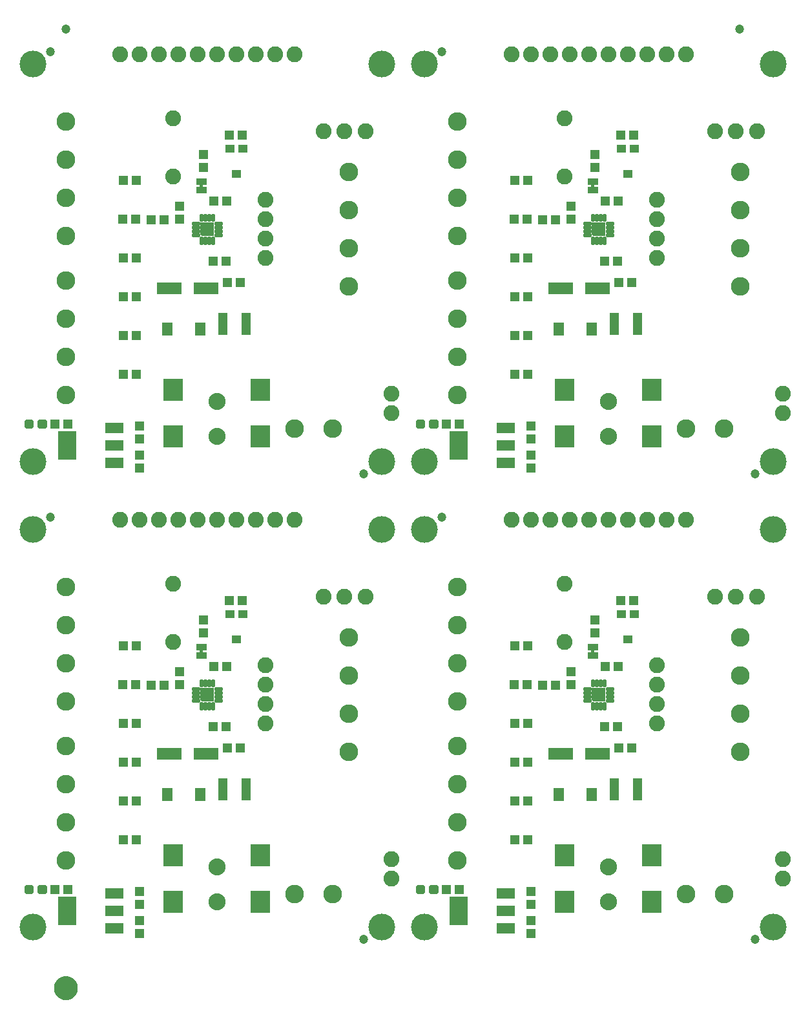
<source format=gts>
G04 EAGLE Gerber RS-274X export*
G75*
%MOMM*%
%FSLAX34Y34*%
%LPD*%
%INSoldermask Top*%
%IPPOS*%
%AMOC8*
5,1,8,0,0,1.08239X$1,22.5*%
G01*
%ADD10C,3.505200*%
%ADD11C,1.203200*%
%ADD12C,2.453200*%
%ADD13R,2.603200X3.003200*%
%ADD14C,2.235200*%
%ADD15C,2.082800*%
%ADD16C,0.394050*%
%ADD17R,1.303200X1.203200*%
%ADD18R,1.203200X1.303200*%
%ADD19R,1.473200X0.863600*%
%ADD20R,3.203200X1.603200*%
%ADD21R,1.473200X1.673200*%
%ADD22R,2.438400X1.422400*%
%ADD23R,2.403200X3.803200*%
%ADD24R,1.203200X1.103200*%
%ADD25R,1.303200X1.103200*%
%ADD26R,1.203200X3.003200*%
%ADD27C,0.505344*%
%ADD28C,1.270000*%
%ADD29C,1.703200*%

G36*
X775896Y930856D02*
X775896Y930856D01*
X775913Y930853D01*
X775963Y930875D01*
X776014Y930890D01*
X776025Y930903D01*
X776041Y930910D01*
X776071Y930955D01*
X776106Y930995D01*
X776109Y931012D01*
X776118Y931027D01*
X776129Y931100D01*
X776129Y948500D01*
X776124Y948516D01*
X776127Y948533D01*
X776105Y948583D01*
X776090Y948634D01*
X776077Y948645D01*
X776070Y948661D01*
X776025Y948691D01*
X775985Y948726D01*
X775968Y948729D01*
X775954Y948738D01*
X775880Y948749D01*
X758380Y948749D01*
X758364Y948744D01*
X758347Y948747D01*
X758297Y948725D01*
X758246Y948710D01*
X758235Y948697D01*
X758219Y948690D01*
X758189Y948645D01*
X758154Y948605D01*
X758151Y948588D01*
X758142Y948574D01*
X758131Y948500D01*
X758131Y933700D01*
X758148Y933642D01*
X758160Y933584D01*
X758168Y933572D01*
X758170Y933566D01*
X758178Y933559D01*
X758204Y933524D01*
X760804Y930924D01*
X760856Y930895D01*
X760907Y930862D01*
X760921Y930860D01*
X760926Y930857D01*
X760937Y930857D01*
X760980Y930851D01*
X775880Y930851D01*
X775896Y930856D01*
G37*
G36*
X262816Y930856D02*
X262816Y930856D01*
X262833Y930853D01*
X262883Y930875D01*
X262934Y930890D01*
X262945Y930903D01*
X262961Y930910D01*
X262991Y930955D01*
X263026Y930995D01*
X263029Y931012D01*
X263038Y931027D01*
X263049Y931100D01*
X263049Y948500D01*
X263044Y948516D01*
X263047Y948533D01*
X263025Y948583D01*
X263010Y948634D01*
X262997Y948645D01*
X262990Y948661D01*
X262945Y948691D01*
X262905Y948726D01*
X262888Y948729D01*
X262874Y948738D01*
X262800Y948749D01*
X245300Y948749D01*
X245284Y948744D01*
X245267Y948747D01*
X245217Y948725D01*
X245166Y948710D01*
X245155Y948697D01*
X245139Y948690D01*
X245109Y948645D01*
X245074Y948605D01*
X245071Y948588D01*
X245062Y948574D01*
X245051Y948500D01*
X245051Y933700D01*
X245068Y933642D01*
X245080Y933584D01*
X245088Y933572D01*
X245090Y933566D01*
X245098Y933559D01*
X245124Y933524D01*
X247724Y930924D01*
X247776Y930895D01*
X247827Y930862D01*
X247841Y930860D01*
X247846Y930857D01*
X247857Y930857D01*
X247900Y930851D01*
X262800Y930851D01*
X262816Y930856D01*
G37*
G36*
X775896Y321256D02*
X775896Y321256D01*
X775913Y321253D01*
X775963Y321275D01*
X776014Y321290D01*
X776025Y321303D01*
X776041Y321310D01*
X776071Y321355D01*
X776106Y321395D01*
X776109Y321412D01*
X776118Y321427D01*
X776129Y321500D01*
X776129Y338900D01*
X776124Y338916D01*
X776127Y338933D01*
X776105Y338983D01*
X776090Y339034D01*
X776077Y339045D01*
X776070Y339061D01*
X776025Y339091D01*
X775985Y339126D01*
X775968Y339129D01*
X775954Y339138D01*
X775880Y339149D01*
X758380Y339149D01*
X758364Y339144D01*
X758347Y339147D01*
X758297Y339125D01*
X758246Y339110D01*
X758235Y339097D01*
X758219Y339090D01*
X758189Y339045D01*
X758154Y339005D01*
X758151Y338988D01*
X758142Y338974D01*
X758131Y338900D01*
X758131Y324100D01*
X758148Y324042D01*
X758160Y323984D01*
X758168Y323972D01*
X758170Y323966D01*
X758178Y323959D01*
X758204Y323924D01*
X760804Y321324D01*
X760856Y321295D01*
X760907Y321262D01*
X760921Y321260D01*
X760926Y321257D01*
X760937Y321257D01*
X760980Y321251D01*
X775880Y321251D01*
X775896Y321256D01*
G37*
G36*
X262816Y321256D02*
X262816Y321256D01*
X262833Y321253D01*
X262883Y321275D01*
X262934Y321290D01*
X262945Y321303D01*
X262961Y321310D01*
X262991Y321355D01*
X263026Y321395D01*
X263029Y321412D01*
X263038Y321427D01*
X263049Y321500D01*
X263049Y338900D01*
X263044Y338916D01*
X263047Y338933D01*
X263025Y338983D01*
X263010Y339034D01*
X262997Y339045D01*
X262990Y339061D01*
X262945Y339091D01*
X262905Y339126D01*
X262888Y339129D01*
X262874Y339138D01*
X262800Y339149D01*
X245300Y339149D01*
X245284Y339144D01*
X245267Y339147D01*
X245217Y339125D01*
X245166Y339110D01*
X245155Y339097D01*
X245139Y339090D01*
X245109Y339045D01*
X245074Y339005D01*
X245071Y338988D01*
X245062Y338974D01*
X245051Y338900D01*
X245051Y324100D01*
X245068Y324042D01*
X245080Y323984D01*
X245088Y323972D01*
X245090Y323966D01*
X245098Y323959D01*
X245124Y323924D01*
X247724Y321324D01*
X247776Y321295D01*
X247827Y321262D01*
X247841Y321260D01*
X247846Y321257D01*
X247857Y321257D01*
X247900Y321251D01*
X262800Y321251D01*
X262816Y321256D01*
G37*
G36*
X760820Y384238D02*
X760820Y384238D01*
X760886Y384240D01*
X760930Y384258D01*
X760976Y384266D01*
X761033Y384300D01*
X761094Y384324D01*
X761129Y384356D01*
X761169Y384380D01*
X761211Y384431D01*
X761259Y384476D01*
X761281Y384518D01*
X761311Y384555D01*
X761332Y384617D01*
X761362Y384675D01*
X761370Y384730D01*
X761383Y384767D01*
X761382Y384806D01*
X761390Y384861D01*
X761390Y388671D01*
X761378Y388736D01*
X761376Y388801D01*
X761358Y388845D01*
X761350Y388892D01*
X761316Y388948D01*
X761292Y389009D01*
X761260Y389044D01*
X761236Y389085D01*
X761185Y389126D01*
X761140Y389175D01*
X761098Y389196D01*
X761062Y389226D01*
X760999Y389247D01*
X760941Y389277D01*
X760886Y389285D01*
X760849Y389298D01*
X760810Y389297D01*
X760755Y389305D01*
X758215Y389305D01*
X758151Y389293D01*
X758085Y389291D01*
X758041Y389274D01*
X757995Y389265D01*
X757938Y389232D01*
X757877Y389207D01*
X757842Y389175D01*
X757801Y389151D01*
X757760Y389100D01*
X757711Y389056D01*
X757690Y389014D01*
X757660Y388977D01*
X757639Y388915D01*
X757609Y388856D01*
X757601Y388802D01*
X757588Y388765D01*
X757588Y388760D01*
X757589Y388724D01*
X757581Y388671D01*
X757581Y384861D01*
X757593Y384796D01*
X757595Y384730D01*
X757612Y384687D01*
X757621Y384640D01*
X757654Y384583D01*
X757679Y384522D01*
X757711Y384487D01*
X757735Y384447D01*
X757786Y384405D01*
X757830Y384357D01*
X757872Y384335D01*
X757909Y384305D01*
X757971Y384284D01*
X758030Y384254D01*
X758084Y384246D01*
X758122Y384234D01*
X758161Y384235D01*
X758215Y384227D01*
X760755Y384227D01*
X760820Y384238D01*
G37*
G36*
X247740Y384238D02*
X247740Y384238D01*
X247806Y384240D01*
X247850Y384258D01*
X247896Y384266D01*
X247953Y384300D01*
X248014Y384324D01*
X248049Y384356D01*
X248089Y384380D01*
X248131Y384431D01*
X248179Y384476D01*
X248201Y384518D01*
X248231Y384555D01*
X248252Y384617D01*
X248282Y384675D01*
X248290Y384730D01*
X248303Y384767D01*
X248302Y384806D01*
X248310Y384861D01*
X248310Y388671D01*
X248298Y388736D01*
X248296Y388801D01*
X248278Y388845D01*
X248270Y388892D01*
X248236Y388948D01*
X248212Y389009D01*
X248180Y389044D01*
X248156Y389085D01*
X248105Y389126D01*
X248060Y389175D01*
X248018Y389196D01*
X247982Y389226D01*
X247919Y389247D01*
X247861Y389277D01*
X247806Y389285D01*
X247769Y389298D01*
X247730Y389297D01*
X247675Y389305D01*
X245135Y389305D01*
X245071Y389293D01*
X245005Y389291D01*
X244961Y389274D01*
X244915Y389265D01*
X244858Y389232D01*
X244797Y389207D01*
X244762Y389175D01*
X244721Y389151D01*
X244680Y389100D01*
X244631Y389056D01*
X244610Y389014D01*
X244580Y388977D01*
X244559Y388915D01*
X244529Y388856D01*
X244521Y388802D01*
X244508Y388765D01*
X244508Y388760D01*
X244509Y388724D01*
X244501Y388671D01*
X244501Y384861D01*
X244513Y384796D01*
X244515Y384730D01*
X244532Y384687D01*
X244541Y384640D01*
X244574Y384583D01*
X244599Y384522D01*
X244631Y384487D01*
X244655Y384447D01*
X244706Y384405D01*
X244750Y384357D01*
X244792Y384335D01*
X244829Y384305D01*
X244891Y384284D01*
X244950Y384254D01*
X245004Y384246D01*
X245042Y384234D01*
X245081Y384235D01*
X245135Y384227D01*
X247675Y384227D01*
X247740Y384238D01*
G37*
G36*
X760820Y993838D02*
X760820Y993838D01*
X760886Y993840D01*
X760930Y993858D01*
X760976Y993866D01*
X761033Y993900D01*
X761094Y993924D01*
X761129Y993956D01*
X761169Y993980D01*
X761211Y994031D01*
X761259Y994076D01*
X761281Y994118D01*
X761311Y994155D01*
X761332Y994217D01*
X761362Y994275D01*
X761370Y994330D01*
X761383Y994367D01*
X761382Y994406D01*
X761390Y994461D01*
X761390Y998271D01*
X761378Y998336D01*
X761376Y998401D01*
X761358Y998445D01*
X761350Y998492D01*
X761316Y998548D01*
X761292Y998609D01*
X761260Y998644D01*
X761236Y998685D01*
X761185Y998726D01*
X761140Y998775D01*
X761098Y998796D01*
X761062Y998826D01*
X760999Y998847D01*
X760941Y998877D01*
X760886Y998885D01*
X760849Y998898D01*
X760810Y998897D01*
X760755Y998905D01*
X758215Y998905D01*
X758151Y998893D01*
X758085Y998891D01*
X758041Y998874D01*
X757995Y998865D01*
X757938Y998832D01*
X757877Y998807D01*
X757842Y998775D01*
X757801Y998751D01*
X757760Y998700D01*
X757711Y998656D01*
X757690Y998614D01*
X757660Y998577D01*
X757639Y998515D01*
X757609Y998456D01*
X757601Y998402D01*
X757588Y998365D01*
X757588Y998360D01*
X757589Y998324D01*
X757581Y998271D01*
X757581Y994461D01*
X757593Y994396D01*
X757595Y994330D01*
X757612Y994287D01*
X757621Y994240D01*
X757654Y994183D01*
X757679Y994122D01*
X757711Y994087D01*
X757735Y994047D01*
X757786Y994005D01*
X757830Y993957D01*
X757872Y993935D01*
X757909Y993905D01*
X757971Y993884D01*
X758030Y993854D01*
X758084Y993846D01*
X758122Y993834D01*
X758161Y993835D01*
X758215Y993827D01*
X760755Y993827D01*
X760820Y993838D01*
G37*
G36*
X247740Y993838D02*
X247740Y993838D01*
X247806Y993840D01*
X247850Y993858D01*
X247896Y993866D01*
X247953Y993900D01*
X248014Y993924D01*
X248049Y993956D01*
X248089Y993980D01*
X248131Y994031D01*
X248179Y994076D01*
X248201Y994118D01*
X248231Y994155D01*
X248252Y994217D01*
X248282Y994275D01*
X248290Y994330D01*
X248303Y994367D01*
X248302Y994406D01*
X248310Y994461D01*
X248310Y998271D01*
X248298Y998336D01*
X248296Y998401D01*
X248278Y998445D01*
X248270Y998492D01*
X248236Y998548D01*
X248212Y998609D01*
X248180Y998644D01*
X248156Y998685D01*
X248105Y998726D01*
X248060Y998775D01*
X248018Y998796D01*
X247982Y998826D01*
X247919Y998847D01*
X247861Y998877D01*
X247806Y998885D01*
X247769Y998898D01*
X247730Y998897D01*
X247675Y998905D01*
X245135Y998905D01*
X245071Y998893D01*
X245005Y998891D01*
X244961Y998874D01*
X244915Y998865D01*
X244858Y998832D01*
X244797Y998807D01*
X244762Y998775D01*
X244721Y998751D01*
X244680Y998700D01*
X244631Y998656D01*
X244610Y998614D01*
X244580Y998577D01*
X244559Y998515D01*
X244529Y998456D01*
X244521Y998402D01*
X244508Y998365D01*
X244508Y998360D01*
X244509Y998324D01*
X244501Y998271D01*
X244501Y994461D01*
X244513Y994396D01*
X244515Y994330D01*
X244532Y994287D01*
X244541Y994240D01*
X244574Y994183D01*
X244599Y994122D01*
X244631Y994087D01*
X244655Y994047D01*
X244706Y994005D01*
X244750Y993957D01*
X244792Y993935D01*
X244829Y993905D01*
X244891Y993884D01*
X244950Y993854D01*
X245004Y993846D01*
X245042Y993834D01*
X245081Y993835D01*
X245135Y993827D01*
X247675Y993827D01*
X247740Y993838D01*
G37*
D10*
X25400Y25400D03*
X482600Y25400D03*
X482600Y546100D03*
X25400Y546100D03*
D11*
X49047Y562432D03*
X459080Y9423D03*
D12*
X68580Y112960D03*
X68580Y162960D03*
X68580Y212960D03*
X68580Y262960D03*
X418700Y68580D03*
X368700Y68580D03*
D13*
X209700Y58420D03*
X323700Y58420D03*
X209700Y119420D03*
X323700Y119420D03*
D14*
X266700Y58420D03*
X266700Y104140D03*
D12*
X439420Y405200D03*
X439420Y355200D03*
X439420Y305200D03*
X439420Y255200D03*
D15*
X330200Y368300D03*
X330200Y342900D03*
X330200Y317500D03*
X330200Y292100D03*
X495300Y88900D03*
X495300Y114300D03*
D16*
X246179Y311924D02*
X246179Y318516D01*
X246821Y318516D01*
X246821Y311924D01*
X246179Y311924D01*
X246179Y315668D02*
X246821Y315668D01*
X251179Y318516D02*
X251179Y311924D01*
X251179Y318516D02*
X251821Y318516D01*
X251821Y311924D01*
X251179Y311924D01*
X251179Y315668D02*
X251821Y315668D01*
X256179Y318516D02*
X256179Y311924D01*
X256179Y318516D02*
X256821Y318516D01*
X256821Y311924D01*
X256179Y311924D01*
X256179Y315668D02*
X256821Y315668D01*
X261179Y318516D02*
X261179Y311924D01*
X261179Y318516D02*
X261821Y318516D01*
X261821Y311924D01*
X261179Y311924D01*
X261179Y315668D02*
X261821Y315668D01*
X265784Y323021D02*
X272376Y323021D01*
X272376Y322379D01*
X265784Y322379D01*
X265784Y323021D01*
X265704Y328021D02*
X272296Y328021D01*
X272296Y327379D01*
X265704Y327379D01*
X265704Y328021D01*
X265784Y333021D02*
X272376Y333021D01*
X272376Y332379D01*
X265784Y332379D01*
X265784Y333021D01*
X265784Y338021D02*
X272376Y338021D01*
X272376Y337379D01*
X265784Y337379D01*
X265784Y338021D01*
X261821Y341964D02*
X261821Y348556D01*
X261821Y341964D02*
X261179Y341964D01*
X261179Y348556D01*
X261821Y348556D01*
X261821Y345708D02*
X261179Y345708D01*
X256821Y348556D02*
X256821Y341964D01*
X256179Y341964D01*
X256179Y348556D01*
X256821Y348556D01*
X256821Y345708D02*
X256179Y345708D01*
X251821Y348556D02*
X251821Y341964D01*
X251179Y341964D01*
X251179Y348556D01*
X251821Y348556D01*
X251821Y345708D02*
X251179Y345708D01*
X246821Y348556D02*
X246821Y341964D01*
X246179Y341964D01*
X246179Y348556D01*
X246821Y348556D01*
X246821Y345708D02*
X246179Y345708D01*
X242336Y337379D02*
X235744Y337379D01*
X235744Y338021D01*
X242336Y338021D01*
X242336Y337379D01*
X242336Y332379D02*
X235744Y332379D01*
X235744Y333021D01*
X242336Y333021D01*
X242336Y332379D01*
X242336Y327379D02*
X235744Y327379D01*
X235744Y328021D01*
X242336Y328021D01*
X242336Y327379D01*
X242336Y322379D02*
X235744Y322379D01*
X235744Y323021D01*
X242336Y323021D01*
X242336Y322379D01*
D17*
X180476Y342646D03*
X197476Y342646D03*
D18*
X217678Y343290D03*
X217678Y360290D03*
X249123Y427600D03*
X249123Y410600D03*
D15*
X209499Y475285D03*
X209499Y399085D03*
D19*
X246405Y391973D03*
X246405Y381559D03*
D20*
X252346Y252933D03*
X204346Y252933D03*
D17*
X261908Y288544D03*
X278908Y288544D03*
X262442Y367208D03*
X279442Y367208D03*
D12*
X68580Y321240D03*
X68580Y371240D03*
X68580Y421240D03*
X68580Y471240D03*
D15*
X461391Y458445D03*
X434213Y458445D03*
X407035Y458445D03*
D21*
X201995Y199619D03*
X244995Y199619D03*
D22*
X132334Y23876D03*
X132334Y46990D03*
X132334Y70104D03*
D23*
X70356Y46990D03*
D18*
X165100Y72000D03*
X165100Y55000D03*
X165100Y16900D03*
X165100Y33900D03*
D17*
X300346Y453390D03*
X283346Y453390D03*
D24*
X300600Y435600D03*
D25*
X292100Y402600D03*
D24*
X283600Y435600D03*
D17*
X143900Y139700D03*
X160900Y139700D03*
X143900Y190500D03*
X160900Y190500D03*
X143900Y241300D03*
X160900Y241300D03*
X143900Y292100D03*
X160900Y292100D03*
X160773Y342849D03*
X143773Y342849D03*
X143900Y393700D03*
X160900Y393700D03*
D15*
X368300Y558800D03*
X342900Y558800D03*
X317500Y558800D03*
X292100Y558800D03*
X266700Y558800D03*
X241300Y558800D03*
X215900Y558800D03*
X190500Y558800D03*
X165100Y558800D03*
X139700Y558800D03*
D26*
X275068Y206248D03*
X305068Y206248D03*
D17*
X297298Y259842D03*
X280298Y259842D03*
D27*
X24082Y78420D02*
X24082Y71440D01*
X17102Y71440D01*
X17102Y78420D01*
X24082Y78420D01*
X24082Y76240D02*
X17102Y76240D01*
X41622Y78420D02*
X41622Y71440D01*
X34642Y71440D01*
X34642Y78420D01*
X41622Y78420D01*
X41622Y76240D02*
X34642Y76240D01*
D17*
X71670Y74752D03*
X54670Y74752D03*
D10*
X538480Y25400D03*
X995680Y25400D03*
X995680Y546100D03*
X538480Y546100D03*
D11*
X562127Y562432D03*
X972160Y9423D03*
D12*
X581660Y112960D03*
X581660Y162960D03*
X581660Y212960D03*
X581660Y262960D03*
X931780Y68580D03*
X881780Y68580D03*
D13*
X722780Y58420D03*
X836780Y58420D03*
X722780Y119420D03*
X836780Y119420D03*
D14*
X779780Y58420D03*
X779780Y104140D03*
D12*
X952500Y405200D03*
X952500Y355200D03*
X952500Y305200D03*
X952500Y255200D03*
D15*
X843280Y368300D03*
X843280Y342900D03*
X843280Y317500D03*
X843280Y292100D03*
X1008380Y88900D03*
X1008380Y114300D03*
D16*
X759259Y311924D02*
X759259Y318516D01*
X759901Y318516D01*
X759901Y311924D01*
X759259Y311924D01*
X759259Y315668D02*
X759901Y315668D01*
X764259Y318516D02*
X764259Y311924D01*
X764259Y318516D02*
X764901Y318516D01*
X764901Y311924D01*
X764259Y311924D01*
X764259Y315668D02*
X764901Y315668D01*
X769259Y318516D02*
X769259Y311924D01*
X769259Y318516D02*
X769901Y318516D01*
X769901Y311924D01*
X769259Y311924D01*
X769259Y315668D02*
X769901Y315668D01*
X774259Y318516D02*
X774259Y311924D01*
X774259Y318516D02*
X774901Y318516D01*
X774901Y311924D01*
X774259Y311924D01*
X774259Y315668D02*
X774901Y315668D01*
X778864Y323021D02*
X785456Y323021D01*
X785456Y322379D01*
X778864Y322379D01*
X778864Y323021D01*
X778784Y328021D02*
X785376Y328021D01*
X785376Y327379D01*
X778784Y327379D01*
X778784Y328021D01*
X778864Y333021D02*
X785456Y333021D01*
X785456Y332379D01*
X778864Y332379D01*
X778864Y333021D01*
X778864Y338021D02*
X785456Y338021D01*
X785456Y337379D01*
X778864Y337379D01*
X778864Y338021D01*
X774901Y341964D02*
X774901Y348556D01*
X774901Y341964D02*
X774259Y341964D01*
X774259Y348556D01*
X774901Y348556D01*
X774901Y345708D02*
X774259Y345708D01*
X769901Y348556D02*
X769901Y341964D01*
X769259Y341964D01*
X769259Y348556D01*
X769901Y348556D01*
X769901Y345708D02*
X769259Y345708D01*
X764901Y348556D02*
X764901Y341964D01*
X764259Y341964D01*
X764259Y348556D01*
X764901Y348556D01*
X764901Y345708D02*
X764259Y345708D01*
X759901Y348556D02*
X759901Y341964D01*
X759259Y341964D01*
X759259Y348556D01*
X759901Y348556D01*
X759901Y345708D02*
X759259Y345708D01*
X755416Y337379D02*
X748824Y337379D01*
X748824Y338021D01*
X755416Y338021D01*
X755416Y337379D01*
X755416Y332379D02*
X748824Y332379D01*
X748824Y333021D01*
X755416Y333021D01*
X755416Y332379D01*
X755416Y327379D02*
X748824Y327379D01*
X748824Y328021D01*
X755416Y328021D01*
X755416Y327379D01*
X755416Y322379D02*
X748824Y322379D01*
X748824Y323021D01*
X755416Y323021D01*
X755416Y322379D01*
D17*
X693556Y342646D03*
X710556Y342646D03*
D18*
X730758Y343290D03*
X730758Y360290D03*
X762203Y427600D03*
X762203Y410600D03*
D15*
X722579Y475285D03*
X722579Y399085D03*
D19*
X759485Y391973D03*
X759485Y381559D03*
D20*
X765426Y252933D03*
X717426Y252933D03*
D17*
X774988Y288544D03*
X791988Y288544D03*
X775522Y367208D03*
X792522Y367208D03*
D12*
X581660Y321240D03*
X581660Y371240D03*
X581660Y421240D03*
X581660Y471240D03*
D15*
X974471Y458445D03*
X947293Y458445D03*
X920115Y458445D03*
D21*
X715075Y199619D03*
X758075Y199619D03*
D22*
X645414Y23876D03*
X645414Y46990D03*
X645414Y70104D03*
D23*
X583436Y46990D03*
D18*
X678180Y72000D03*
X678180Y55000D03*
X678180Y16900D03*
X678180Y33900D03*
D17*
X813426Y453390D03*
X796426Y453390D03*
D24*
X813680Y435600D03*
D25*
X805180Y402600D03*
D24*
X796680Y435600D03*
D17*
X656980Y139700D03*
X673980Y139700D03*
X656980Y190500D03*
X673980Y190500D03*
X656980Y241300D03*
X673980Y241300D03*
X656980Y292100D03*
X673980Y292100D03*
X673853Y342849D03*
X656853Y342849D03*
X656980Y393700D03*
X673980Y393700D03*
D15*
X881380Y558800D03*
X855980Y558800D03*
X830580Y558800D03*
X805180Y558800D03*
X779780Y558800D03*
X754380Y558800D03*
X728980Y558800D03*
X703580Y558800D03*
X678180Y558800D03*
X652780Y558800D03*
D26*
X788148Y206248D03*
X818148Y206248D03*
D17*
X810378Y259842D03*
X793378Y259842D03*
D27*
X537162Y78420D02*
X537162Y71440D01*
X530182Y71440D01*
X530182Y78420D01*
X537162Y78420D01*
X537162Y76240D02*
X530182Y76240D01*
X554702Y78420D02*
X554702Y71440D01*
X547722Y71440D01*
X547722Y78420D01*
X554702Y78420D01*
X554702Y76240D02*
X547722Y76240D01*
D17*
X584750Y74752D03*
X567750Y74752D03*
D10*
X25400Y635000D03*
X482600Y635000D03*
X482600Y1155700D03*
X25400Y1155700D03*
D11*
X49047Y1172032D03*
X459080Y619023D03*
D12*
X68580Y722560D03*
X68580Y772560D03*
X68580Y822560D03*
X68580Y872560D03*
X418700Y678180D03*
X368700Y678180D03*
D13*
X209700Y668020D03*
X323700Y668020D03*
X209700Y729020D03*
X323700Y729020D03*
D14*
X266700Y668020D03*
X266700Y713740D03*
D12*
X439420Y1014800D03*
X439420Y964800D03*
X439420Y914800D03*
X439420Y864800D03*
D15*
X330200Y977900D03*
X330200Y952500D03*
X330200Y927100D03*
X330200Y901700D03*
X495300Y698500D03*
X495300Y723900D03*
D16*
X246179Y921524D02*
X246179Y928116D01*
X246821Y928116D01*
X246821Y921524D01*
X246179Y921524D01*
X246179Y925268D02*
X246821Y925268D01*
X251179Y928116D02*
X251179Y921524D01*
X251179Y928116D02*
X251821Y928116D01*
X251821Y921524D01*
X251179Y921524D01*
X251179Y925268D02*
X251821Y925268D01*
X256179Y928116D02*
X256179Y921524D01*
X256179Y928116D02*
X256821Y928116D01*
X256821Y921524D01*
X256179Y921524D01*
X256179Y925268D02*
X256821Y925268D01*
X261179Y928116D02*
X261179Y921524D01*
X261179Y928116D02*
X261821Y928116D01*
X261821Y921524D01*
X261179Y921524D01*
X261179Y925268D02*
X261821Y925268D01*
X265784Y932621D02*
X272376Y932621D01*
X272376Y931979D01*
X265784Y931979D01*
X265784Y932621D01*
X265704Y937621D02*
X272296Y937621D01*
X272296Y936979D01*
X265704Y936979D01*
X265704Y937621D01*
X265784Y942621D02*
X272376Y942621D01*
X272376Y941979D01*
X265784Y941979D01*
X265784Y942621D01*
X265784Y947621D02*
X272376Y947621D01*
X272376Y946979D01*
X265784Y946979D01*
X265784Y947621D01*
X261821Y951564D02*
X261821Y958156D01*
X261821Y951564D02*
X261179Y951564D01*
X261179Y958156D01*
X261821Y958156D01*
X261821Y955308D02*
X261179Y955308D01*
X256821Y958156D02*
X256821Y951564D01*
X256179Y951564D01*
X256179Y958156D01*
X256821Y958156D01*
X256821Y955308D02*
X256179Y955308D01*
X251821Y958156D02*
X251821Y951564D01*
X251179Y951564D01*
X251179Y958156D01*
X251821Y958156D01*
X251821Y955308D02*
X251179Y955308D01*
X246821Y958156D02*
X246821Y951564D01*
X246179Y951564D01*
X246179Y958156D01*
X246821Y958156D01*
X246821Y955308D02*
X246179Y955308D01*
X242336Y946979D02*
X235744Y946979D01*
X235744Y947621D01*
X242336Y947621D01*
X242336Y946979D01*
X242336Y941979D02*
X235744Y941979D01*
X235744Y942621D01*
X242336Y942621D01*
X242336Y941979D01*
X242336Y936979D02*
X235744Y936979D01*
X235744Y937621D01*
X242336Y937621D01*
X242336Y936979D01*
X242336Y931979D02*
X235744Y931979D01*
X235744Y932621D01*
X242336Y932621D01*
X242336Y931979D01*
D17*
X180476Y952246D03*
X197476Y952246D03*
D18*
X217678Y952890D03*
X217678Y969890D03*
X249123Y1037200D03*
X249123Y1020200D03*
D15*
X209499Y1084885D03*
X209499Y1008685D03*
D19*
X246405Y1001573D03*
X246405Y991159D03*
D20*
X252346Y862533D03*
X204346Y862533D03*
D17*
X261908Y898144D03*
X278908Y898144D03*
X262442Y976808D03*
X279442Y976808D03*
D12*
X68580Y930840D03*
X68580Y980840D03*
X68580Y1030840D03*
X68580Y1080840D03*
D15*
X461391Y1068045D03*
X434213Y1068045D03*
X407035Y1068045D03*
D21*
X201995Y809219D03*
X244995Y809219D03*
D22*
X132334Y633476D03*
X132334Y656590D03*
X132334Y679704D03*
D23*
X70356Y656590D03*
D18*
X165100Y681600D03*
X165100Y664600D03*
X165100Y626500D03*
X165100Y643500D03*
D17*
X300346Y1062990D03*
X283346Y1062990D03*
D24*
X300600Y1045200D03*
D25*
X292100Y1012200D03*
D24*
X283600Y1045200D03*
D17*
X143900Y749300D03*
X160900Y749300D03*
X143900Y800100D03*
X160900Y800100D03*
X143900Y850900D03*
X160900Y850900D03*
X143900Y901700D03*
X160900Y901700D03*
X160773Y952449D03*
X143773Y952449D03*
X143900Y1003300D03*
X160900Y1003300D03*
D15*
X368300Y1168400D03*
X342900Y1168400D03*
X317500Y1168400D03*
X292100Y1168400D03*
X266700Y1168400D03*
X241300Y1168400D03*
X215900Y1168400D03*
X190500Y1168400D03*
X165100Y1168400D03*
X139700Y1168400D03*
D26*
X275068Y815848D03*
X305068Y815848D03*
D17*
X297298Y869442D03*
X280298Y869442D03*
D27*
X24082Y688020D02*
X24082Y681040D01*
X17102Y681040D01*
X17102Y688020D01*
X24082Y688020D01*
X24082Y685840D02*
X17102Y685840D01*
X41622Y688020D02*
X41622Y681040D01*
X34642Y681040D01*
X34642Y688020D01*
X41622Y688020D01*
X41622Y685840D02*
X34642Y685840D01*
D17*
X71670Y684352D03*
X54670Y684352D03*
D10*
X538480Y635000D03*
X995680Y635000D03*
X995680Y1155700D03*
X538480Y1155700D03*
D11*
X562127Y1172032D03*
X972160Y619023D03*
D12*
X581660Y722560D03*
X581660Y772560D03*
X581660Y822560D03*
X581660Y872560D03*
X931780Y678180D03*
X881780Y678180D03*
D13*
X722780Y668020D03*
X836780Y668020D03*
X722780Y729020D03*
X836780Y729020D03*
D14*
X779780Y668020D03*
X779780Y713740D03*
D12*
X952500Y1014800D03*
X952500Y964800D03*
X952500Y914800D03*
X952500Y864800D03*
D15*
X843280Y977900D03*
X843280Y952500D03*
X843280Y927100D03*
X843280Y901700D03*
X1008380Y698500D03*
X1008380Y723900D03*
D16*
X759259Y921524D02*
X759259Y928116D01*
X759901Y928116D01*
X759901Y921524D01*
X759259Y921524D01*
X759259Y925268D02*
X759901Y925268D01*
X764259Y928116D02*
X764259Y921524D01*
X764259Y928116D02*
X764901Y928116D01*
X764901Y921524D01*
X764259Y921524D01*
X764259Y925268D02*
X764901Y925268D01*
X769259Y928116D02*
X769259Y921524D01*
X769259Y928116D02*
X769901Y928116D01*
X769901Y921524D01*
X769259Y921524D01*
X769259Y925268D02*
X769901Y925268D01*
X774259Y928116D02*
X774259Y921524D01*
X774259Y928116D02*
X774901Y928116D01*
X774901Y921524D01*
X774259Y921524D01*
X774259Y925268D02*
X774901Y925268D01*
X778864Y932621D02*
X785456Y932621D01*
X785456Y931979D01*
X778864Y931979D01*
X778864Y932621D01*
X778784Y937621D02*
X785376Y937621D01*
X785376Y936979D01*
X778784Y936979D01*
X778784Y937621D01*
X778864Y942621D02*
X785456Y942621D01*
X785456Y941979D01*
X778864Y941979D01*
X778864Y942621D01*
X778864Y947621D02*
X785456Y947621D01*
X785456Y946979D01*
X778864Y946979D01*
X778864Y947621D01*
X774901Y951564D02*
X774901Y958156D01*
X774901Y951564D02*
X774259Y951564D01*
X774259Y958156D01*
X774901Y958156D01*
X774901Y955308D02*
X774259Y955308D01*
X769901Y958156D02*
X769901Y951564D01*
X769259Y951564D01*
X769259Y958156D01*
X769901Y958156D01*
X769901Y955308D02*
X769259Y955308D01*
X764901Y958156D02*
X764901Y951564D01*
X764259Y951564D01*
X764259Y958156D01*
X764901Y958156D01*
X764901Y955308D02*
X764259Y955308D01*
X759901Y958156D02*
X759901Y951564D01*
X759259Y951564D01*
X759259Y958156D01*
X759901Y958156D01*
X759901Y955308D02*
X759259Y955308D01*
X755416Y946979D02*
X748824Y946979D01*
X748824Y947621D01*
X755416Y947621D01*
X755416Y946979D01*
X755416Y941979D02*
X748824Y941979D01*
X748824Y942621D01*
X755416Y942621D01*
X755416Y941979D01*
X755416Y936979D02*
X748824Y936979D01*
X748824Y937621D01*
X755416Y937621D01*
X755416Y936979D01*
X755416Y931979D02*
X748824Y931979D01*
X748824Y932621D01*
X755416Y932621D01*
X755416Y931979D01*
D17*
X693556Y952246D03*
X710556Y952246D03*
D18*
X730758Y952890D03*
X730758Y969890D03*
X762203Y1037200D03*
X762203Y1020200D03*
D15*
X722579Y1084885D03*
X722579Y1008685D03*
D19*
X759485Y1001573D03*
X759485Y991159D03*
D20*
X765426Y862533D03*
X717426Y862533D03*
D17*
X774988Y898144D03*
X791988Y898144D03*
X775522Y976808D03*
X792522Y976808D03*
D12*
X581660Y930840D03*
X581660Y980840D03*
X581660Y1030840D03*
X581660Y1080840D03*
D15*
X974471Y1068045D03*
X947293Y1068045D03*
X920115Y1068045D03*
D21*
X715075Y809219D03*
X758075Y809219D03*
D22*
X645414Y633476D03*
X645414Y656590D03*
X645414Y679704D03*
D23*
X583436Y656590D03*
D18*
X678180Y681600D03*
X678180Y664600D03*
X678180Y626500D03*
X678180Y643500D03*
D17*
X813426Y1062990D03*
X796426Y1062990D03*
D24*
X813680Y1045200D03*
D25*
X805180Y1012200D03*
D24*
X796680Y1045200D03*
D17*
X656980Y749300D03*
X673980Y749300D03*
X656980Y800100D03*
X673980Y800100D03*
X656980Y850900D03*
X673980Y850900D03*
X656980Y901700D03*
X673980Y901700D03*
X673853Y952449D03*
X656853Y952449D03*
X656980Y1003300D03*
X673980Y1003300D03*
D15*
X881380Y1168400D03*
X855980Y1168400D03*
X830580Y1168400D03*
X805180Y1168400D03*
X779780Y1168400D03*
X754380Y1168400D03*
X728980Y1168400D03*
X703580Y1168400D03*
X678180Y1168400D03*
X652780Y1168400D03*
D26*
X788148Y815848D03*
X818148Y815848D03*
D17*
X810378Y869442D03*
X793378Y869442D03*
D27*
X537162Y688020D02*
X537162Y681040D01*
X530182Y681040D01*
X530182Y688020D01*
X537162Y688020D01*
X537162Y685840D02*
X530182Y685840D01*
X554702Y688020D02*
X554702Y681040D01*
X547722Y681040D01*
X547722Y688020D01*
X554702Y688020D01*
X554702Y685840D02*
X547722Y685840D01*
D17*
X584750Y684352D03*
X567750Y684352D03*
D11*
X68580Y1202055D03*
X951865Y1202055D03*
D28*
X59525Y-53975D02*
X59528Y-53753D01*
X59536Y-53531D01*
X59550Y-53309D01*
X59569Y-53087D01*
X59593Y-52867D01*
X59623Y-52646D01*
X59658Y-52427D01*
X59699Y-52208D01*
X59745Y-51991D01*
X59796Y-51775D01*
X59853Y-51560D01*
X59915Y-51346D01*
X59982Y-51135D01*
X60054Y-50924D01*
X60132Y-50716D01*
X60214Y-50510D01*
X60302Y-50306D01*
X60394Y-50103D01*
X60492Y-49904D01*
X60594Y-49707D01*
X60701Y-49512D01*
X60813Y-49320D01*
X60930Y-49131D01*
X61051Y-48944D01*
X61177Y-48761D01*
X61307Y-48581D01*
X61442Y-48404D01*
X61580Y-48231D01*
X61723Y-48061D01*
X61871Y-47894D01*
X62022Y-47731D01*
X62177Y-47572D01*
X62336Y-47417D01*
X62499Y-47266D01*
X62666Y-47118D01*
X62836Y-46975D01*
X63009Y-46837D01*
X63186Y-46702D01*
X63366Y-46572D01*
X63549Y-46446D01*
X63736Y-46325D01*
X63925Y-46208D01*
X64117Y-46096D01*
X64312Y-45989D01*
X64509Y-45887D01*
X64708Y-45789D01*
X64911Y-45697D01*
X65115Y-45609D01*
X65321Y-45527D01*
X65529Y-45449D01*
X65740Y-45377D01*
X65951Y-45310D01*
X66165Y-45248D01*
X66380Y-45191D01*
X66596Y-45140D01*
X66813Y-45094D01*
X67032Y-45053D01*
X67251Y-45018D01*
X67472Y-44988D01*
X67692Y-44964D01*
X67914Y-44945D01*
X68136Y-44931D01*
X68358Y-44923D01*
X68580Y-44920D01*
X68802Y-44923D01*
X69024Y-44931D01*
X69246Y-44945D01*
X69468Y-44964D01*
X69688Y-44988D01*
X69909Y-45018D01*
X70128Y-45053D01*
X70347Y-45094D01*
X70564Y-45140D01*
X70780Y-45191D01*
X70995Y-45248D01*
X71209Y-45310D01*
X71420Y-45377D01*
X71631Y-45449D01*
X71839Y-45527D01*
X72045Y-45609D01*
X72249Y-45697D01*
X72452Y-45789D01*
X72651Y-45887D01*
X72848Y-45989D01*
X73043Y-46096D01*
X73235Y-46208D01*
X73424Y-46325D01*
X73611Y-46446D01*
X73794Y-46572D01*
X73974Y-46702D01*
X74151Y-46837D01*
X74324Y-46975D01*
X74494Y-47118D01*
X74661Y-47266D01*
X74824Y-47417D01*
X74983Y-47572D01*
X75138Y-47731D01*
X75289Y-47894D01*
X75437Y-48061D01*
X75580Y-48231D01*
X75718Y-48404D01*
X75853Y-48581D01*
X75983Y-48761D01*
X76109Y-48944D01*
X76230Y-49131D01*
X76347Y-49320D01*
X76459Y-49512D01*
X76566Y-49707D01*
X76668Y-49904D01*
X76766Y-50103D01*
X76858Y-50306D01*
X76946Y-50510D01*
X77028Y-50716D01*
X77106Y-50924D01*
X77178Y-51135D01*
X77245Y-51346D01*
X77307Y-51560D01*
X77364Y-51775D01*
X77415Y-51991D01*
X77461Y-52208D01*
X77502Y-52427D01*
X77537Y-52646D01*
X77567Y-52867D01*
X77591Y-53087D01*
X77610Y-53309D01*
X77624Y-53531D01*
X77632Y-53753D01*
X77635Y-53975D01*
X77632Y-54197D01*
X77624Y-54419D01*
X77610Y-54641D01*
X77591Y-54863D01*
X77567Y-55083D01*
X77537Y-55304D01*
X77502Y-55523D01*
X77461Y-55742D01*
X77415Y-55959D01*
X77364Y-56175D01*
X77307Y-56390D01*
X77245Y-56604D01*
X77178Y-56815D01*
X77106Y-57026D01*
X77028Y-57234D01*
X76946Y-57440D01*
X76858Y-57644D01*
X76766Y-57847D01*
X76668Y-58046D01*
X76566Y-58243D01*
X76459Y-58438D01*
X76347Y-58630D01*
X76230Y-58819D01*
X76109Y-59006D01*
X75983Y-59189D01*
X75853Y-59369D01*
X75718Y-59546D01*
X75580Y-59719D01*
X75437Y-59889D01*
X75289Y-60056D01*
X75138Y-60219D01*
X74983Y-60378D01*
X74824Y-60533D01*
X74661Y-60684D01*
X74494Y-60832D01*
X74324Y-60975D01*
X74151Y-61113D01*
X73974Y-61248D01*
X73794Y-61378D01*
X73611Y-61504D01*
X73424Y-61625D01*
X73235Y-61742D01*
X73043Y-61854D01*
X72848Y-61961D01*
X72651Y-62063D01*
X72452Y-62161D01*
X72249Y-62253D01*
X72045Y-62341D01*
X71839Y-62423D01*
X71631Y-62501D01*
X71420Y-62573D01*
X71209Y-62640D01*
X70995Y-62702D01*
X70780Y-62759D01*
X70564Y-62810D01*
X70347Y-62856D01*
X70128Y-62897D01*
X69909Y-62932D01*
X69688Y-62962D01*
X69468Y-62986D01*
X69246Y-63005D01*
X69024Y-63019D01*
X68802Y-63027D01*
X68580Y-63030D01*
X68358Y-63027D01*
X68136Y-63019D01*
X67914Y-63005D01*
X67692Y-62986D01*
X67472Y-62962D01*
X67251Y-62932D01*
X67032Y-62897D01*
X66813Y-62856D01*
X66596Y-62810D01*
X66380Y-62759D01*
X66165Y-62702D01*
X65951Y-62640D01*
X65740Y-62573D01*
X65529Y-62501D01*
X65321Y-62423D01*
X65115Y-62341D01*
X64911Y-62253D01*
X64708Y-62161D01*
X64509Y-62063D01*
X64312Y-61961D01*
X64117Y-61854D01*
X63925Y-61742D01*
X63736Y-61625D01*
X63549Y-61504D01*
X63366Y-61378D01*
X63186Y-61248D01*
X63009Y-61113D01*
X62836Y-60975D01*
X62666Y-60832D01*
X62499Y-60684D01*
X62336Y-60533D01*
X62177Y-60378D01*
X62022Y-60219D01*
X61871Y-60056D01*
X61723Y-59889D01*
X61580Y-59719D01*
X61442Y-59546D01*
X61307Y-59369D01*
X61177Y-59189D01*
X61051Y-59006D01*
X60930Y-58819D01*
X60813Y-58630D01*
X60701Y-58438D01*
X60594Y-58243D01*
X60492Y-58046D01*
X60394Y-57847D01*
X60302Y-57644D01*
X60214Y-57440D01*
X60132Y-57234D01*
X60054Y-57026D01*
X59982Y-56815D01*
X59915Y-56604D01*
X59853Y-56390D01*
X59796Y-56175D01*
X59745Y-55959D01*
X59699Y-55742D01*
X59658Y-55523D01*
X59623Y-55304D01*
X59593Y-55083D01*
X59569Y-54863D01*
X59550Y-54641D01*
X59536Y-54419D01*
X59528Y-54197D01*
X59525Y-53975D01*
D29*
X68580Y-53975D03*
M02*

</source>
